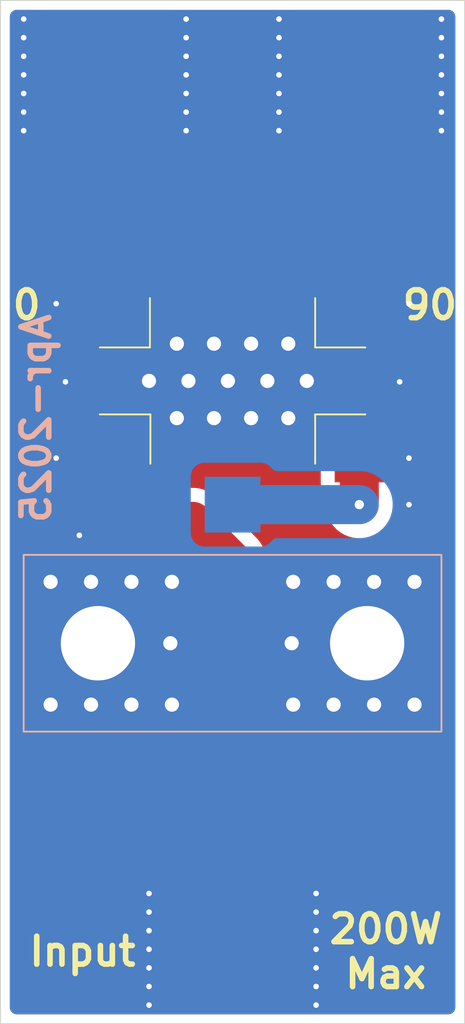
<source format=kicad_pcb>
(kicad_pcb (version 20240108) (generator "pcbnew") (generator_version "8.0")
  (layers (0 "F.Cu" signal) (31 "B.Cu" signal) (34 "B.Paste" user) (35 "F.Paste" user) (36 "B.SilkS" user "B.Silkscreen") (37 "F.SilkS" user "F.Silkscreen") (38 "B.Mask" user) (39 "F.Mask" user) (44 "Edge.Cuts" user))
  (net 0 "")
  (net 1 "GND")
  (net 2 "Net-(J0-In)")
  (net 3 "Net-(J90-In)")
  (net 4 "Net-(JIn1-In)")
  (net 5 "Net-(U1-ISO)")
  (footprint "Footprints:Wire connector" (layer "F.Cu") (at 139.325 103.5 90)
    (property "Reference" "J90" (hide yes))
    (property "Value" "~" (hide yes))
    (pad "1" smd rect (at -4 0) (size 4 4) (layers "F.Cu" "F.Paste" "F.Mask") (net 3 "Net-(J90-In)"))
    (pad "2" smd rect (at 4.5 0.1) (size 7 7) (layers "F.Cu" "F.Paste" "F.Mask") (net 1 "GND"))
  )
  (footprint "Footprints:Wire connector" (layer "F.Cu") (at 125.675 103.5 90)
    (property "Reference" "J0" (hide yes))
    (property "Value" "~" (hide yes))
    (pad "1" smd rect (at -4 0) (size 4 4) (layers "F.Cu" "F.Paste" "F.Mask") (net 2 "Net-(J0-In)"))
    (pad "2" smd rect (at 4.5 0.1) (size 7 7) (layers "F.Cu" "F.Paste" "F.Mask") (net 1 "GND"))
  )
  (footprint "Footprints:Wire connector" (layer "F.Cu") (at 132.5 141.5 -90)
    (property "Reference" "JIn1" (hide yes))
    (property "Value" "~" (hide yes))
    (pad "1" smd rect (at -4 0 180) (size 4 4) (layers "F.Cu" "F.Paste" "F.Mask") (net 4 "Net-(JIn1-In)"))
    (pad "2" smd rect (at 4.5 0.1 180) (size 7 7) (layers "F.Cu" "F.Paste" "F.Mask") (net 1 "GND"))
  )
  (footprint "Footprints:CMX03A03" (layer "F.Cu") (at 132.5 115.45)
    (property "Reference" "U1" (hide yes))
    (property "Value" "~" (hide yes))
    (fp_line (start -7.15 -1.8) (end -4.45 -1.8) (stroke (width 0.1)) (layer "F.SilkS"))
    (fp_line (start -4.45 -1.8) (end -4.45 -4.45) (stroke (width 0.1)) (layer "F.SilkS"))
    (fp_line (start -4.425 1.8) (end -7.15 1.8) (stroke (width 0.1)) (layer "F.SilkS"))
    (fp_line (start -4.425 4.45) (end -4.425 1.8) (stroke (width 0.1)) (layer "F.SilkS"))
    (fp_line (start 4.45 -4.45) (end 4.45 -1.8) (stroke (width 0.1)) (layer "F.SilkS"))
    (fp_line (start 4.45 -1.8) (end 7.15 -1.8) (stroke (width 0.1)) (layer "F.SilkS"))
    (fp_line (start 4.45 1.8) (end 4.45 4.45) (stroke (width 0.1)) (layer "F.SilkS"))
    (fp_line (start 7.15 1.8) (end 4.5 1.8) (stroke (width 0.1)) (layer "F.SilkS"))
    (pad "1" smd rect (at -6.825 -4.15 270) (size 2.6 2.65) (layers "F.Cu" "F.Paste" "F.Mask") (net 2 "Net-(J0-In)"))
    (pad "2" smd rect (at 6.825 -4.15 270) (size 2.6 2.65) (layers "F.Cu" "F.Paste" "F.Mask") (net 3 "Net-(J90-In)"))
    (pad "3" smd rect (at -6.825 4.15 270) (size 2.6 2.65) (layers "F.Cu" "F.Paste" "F.Mask") (net 4 "Net-(JIn1-In)"))
    (pad "4" smd rect (at 6.825 4.15 270) (size 2.6 2.65) (layers "F.Cu" "F.Paste" "F.Mask") (net 5 "Net-(U1-ISO)"))
    (pad "5" smd rect (at -7.15 0) (size 2 2) (layers "F.Cu" "F.Paste" "F.Mask") (net 1 "GND"))
    (pad "5" smd rect (at -6 0) (size 1.05 0.35) (layers "F.Cu" "F.Mask") (net 1 "GND"))
    (pad "5" thru_hole circle (at -4.5 0) (size 1.524 1.524) (drill 0.762) (layers "*.Cu" "*.Mask") (net 1 "GND"))
    (pad "5" thru_hole circle (at -3 -2) (size 1.524 1.524) (drill 0.762) (layers "*.Cu" "*.Mask") (net 1 "GND"))
    (pad "5" thru_hole circle (at -3 2) (size 1.524 1.524) (drill 0.762) (layers "*.Cu" "*.Mask") (net 1 "GND"))
    (pad "5" smd rect (at -2.925 -4.45 270) (size 2 2) (layers "F.Cu" "F.Paste" "F.Mask") (net 1 "GND"))
    (pad "5" smd rect (at -2.925 -3.25 90) (size 0.75 0.35) (layers "F.Cu" "F.Mask") (net 1 "GND"))
    (pad "5" smd rect (at -2.925 3.25 90) (size 0.75 0.35) (layers "F.Cu" "F.Mask") (net 1 "GND"))
    (pad "5" smd rect (at -2.925 4.45 270) (size 2 2) (layers "F.Cu" "F.Paste" "F.Mask") (net 1 "GND"))
    (pad "5" thru_hole circle (at -2.375 0) (size 1.524 1.524) (drill 0.762) (layers "*.Cu" "*.Mask") (net 1 "GND"))
    (pad "5" thru_hole circle (at -1 -2) (size 1.524 1.524) (drill 0.762) (layers "*.Cu" "*.Mask") (net 1 "GND"))
    (pad "5" thru_hole circle (at -1 2) (size 1.524 1.524) (drill 0.762) (layers "*.Cu" "*.Mask") (net 1 "GND"))
    (pad "5" thru_hole circle (at -0.25 0) (size 1.524 1.524) (drill 0.762) (layers "*.Cu" "*.Mask") (net 1 "GND"))
    (pad "5" smd rect (at -0.15 0.0125) (size 11.1 3.2) (layers "F.Cu" "F.Mask") (net 1 "GND"))
    (pad "5" smd custom (at 0 0 270) (size 6 8.25) (layers "F.Cu" "F.Mask") (net 1 "GND") (options (clearance outline) (anchor rect)) (primitives))
    (pad "5" thru_hole circle (at 1 -2) (size 1.524 1.524) (drill 0.762) (layers "*.Cu" "*.Mask") (net 1 "GND"))
    (pad "5" thru_hole circle (at 1 2) (size 1.524 1.524) (drill 0.762) (layers "*.Cu" "*.Mask") (net 1 "GND"))
    (pad "5" thru_hole circle (at 1.875 0) (size 1.524 1.524) (drill 0.762) (layers "*.Cu" "*.Mask") (net 1 "GND"))
    (pad "5" smd rect (at 2.95 -4.45 270) (size 2 2) (layers "F.Cu" "F.Paste" "F.Mask") (net 1 "GND"))
    (pad "5" smd rect (at 2.95 -3.25 90) (size 0.75 0.35) (layers "F.Cu" "F.Mask") (net 1 "GND"))
    (pad "5" smd rect (at 2.95 3.25 90) (size 0.75 0.35) (layers "F.Cu" "F.Mask") (net 1 "GND"))
    (pad "5" smd rect (at 2.95 4.45 270) (size 2 2) (layers "F.Cu" "F.Paste" "F.Mask") (net 1 "GND"))
    (pad "5" thru_hole circle (at 3 -2) (size 1.524 1.524) (drill 0.762) (layers "*.Cu" "*.Mask") (net 1 "GND"))
    (pad "5" thru_hole circle (at 3 2) (size 1.524 1.524) (drill 0.762) (layers "*.Cu" "*.Mask") (net 1 "GND"))
    (pad "5" thru_hole circle (at 4 0) (size 1.524 1.524) (drill 0.762) (layers "*.Cu" "*.Mask") (net 1 "GND"))
    (pad "5" smd rect (at 5.75 0) (size 1.05 0.35) (layers "F.Cu" "F.Mask") (net 1 "GND"))
    (pad "5" smd rect (at 7.15 0) (size 2 2) (layers "F.Cu" "F.Paste" "F.Mask") (net 1 "GND"))
  )
  (footprint "Footprints:G150N_Middle" (layer "B.Cu") (at 132.5 130.1 180)
    (property "Reference" "R1" (hide yes))
    (property "Value" "G150N" (hide yes))
    (fp_rect (start -11.25 5.3) (end 11.25 -4.2) (stroke (width 0.1)) (fill none) (layer "B.SilkS"))
    (pad "1" smd rect (at 0 8 270) (size 3 3) (layers "B.Cu" "B.Paste" "B.Mask") (net 5 "Net-(U1-ISO)"))
    (pad "2" thru_hole circle (at -9.8 -2.75 180) (size 1.524 1.524) (drill 0.762) (layers "*.Cu" "*.Mask") (net 1 "GND"))
    (pad "2" thru_hole circle (at -9.8 3.85 180) (size 1.524 1.524) (drill 0.762) (layers "*.Cu" "*.Mask") (net 1 "GND"))
    (pad "2" thru_hole circle (at -7.622223 -2.75 180) (size 1.524 1.524) (drill 0.762) (layers "*.Cu" "*.Mask") (net 1 "GND"))
    (pad "2" thru_hole circle (at -7.622223 3.85 180) (size 1.524 1.524) (drill 0.762) (layers "*.Cu" "*.Mask") (net 1 "GND"))
    (pad "2" thru_hole circle (at -7.25 0.55 270) (size 5 5) (drill 4) (layers "*.Cu" "*.Mask") (net 1 "GND"))
    (pad "2" smd rect (at -6.75 0.3 270) (size 8.9 8.9) (layers "F.Cu" "F.Mask") (net 1 "GND"))
    (pad "2" smd rect (at -6.75 0.3 270) (size 8.9 8.9) (layers "B.Cu" "B.Mask") (net 1 "GND"))
    (pad "2" thru_hole circle (at -5.444446 -2.75 180) (size 1.524 1.524) (drill 0.762) (layers "*.Cu" "*.Mask") (net 1 "GND"))
    (pad "2" thru_hole circle (at -5.444446 3.85 180) (size 1.524 1.524) (drill 0.762) (layers "*.Cu" "*.Mask") (net 1 "GND"))
    (pad "2" thru_hole circle (at -3.266669 -2.75 180) (size 1.524 1.524) (drill 0.762) (layers "*.Cu" "*.Mask") (net 1 "GND"))
    (pad "2" thru_hole circle (at -3.266669 3.85 180) (size 1.524 1.524) (drill 0.762) (layers "*.Cu" "*.Mask") (net 1 "GND"))
    (pad "2" thru_hole circle (at -3.183331 0.55 180) (size 1.524 1.524) (drill 0.762) (layers "*.Cu" "*.Mask") (net 1 "GND"))
    (pad "2" thru_hole circle (at 3.266662 -2.75 180) (size 1.524 1.524) (drill 0.762) (layers "*.Cu" "*.Mask") (net 1 "GND"))
    (pad "2" thru_hole circle (at 3.266662 3.85 180) (size 1.524 1.524) (drill 0.762) (layers "*.Cu" "*.Mask") (net 1 "GND"))
    (pad "2" thru_hole circle (at 3.35 0.55 180) (size 1.524 1.524) (drill 0.762) (layers "*.Cu" "*.Mask") (net 1 "GND"))
    (pad "2" thru_hole circle (at 5.444439 -2.75 180) (size 1.524 1.524) (drill 0.762) (layers "*.Cu" "*.Mask") (net 1 "GND"))
    (pad "2" thru_hole circle (at 5.444439 3.85 180) (size 1.524 1.524) (drill 0.762) (layers "*.Cu" "*.Mask") (net 1 "GND"))
    (pad "2" smd rect (at 6.75 0.3 270) (size 8.9 8.9) (layers "F.Cu" "F.Mask") (net 1 "GND"))
    (pad "2" smd rect (at 6.75 0.3 270) (size 8.9 8.9) (layers "B.Cu" "B.Mask") (net 1 "GND"))
    (pad "2" thru_hole circle (at 7.25 0.55 270) (size 5 5) (drill 4) (layers "*.Cu" "*.Mask") (net 1 "GND"))
    (pad "2" thru_hole circle (at 7.622216 -2.75 180) (size 1.524 1.524) (drill 0.762) (layers "*.Cu" "*.Mask") (net 1 "GND"))
    (pad "2" thru_hole circle (at 7.622216 3.85 180) (size 1.524 1.524) (drill 0.762) (layers "*.Cu" "*.Mask") (net 1 "GND"))
    (pad "2" thru_hole circle (at 9.8 -2.75 180) (size 1.524 1.524) (drill 0.762) (layers "*.Cu" "*.Mask") (net 1 "GND"))
    (pad "2" thru_hole circle (at 9.8 3.85 180) (size 1.524 1.524) (drill 0.762) (layers "*.Cu" "*.Mask") (net 1 "GND"))
  )
  (gr_rect (start 120 95) (end 145 150) (stroke (width 0.05)) (fill none) (layer "Edge.Cuts"))
  (gr_text "Apr-2025" (at 122.8 111.7 90) (layer "B.SilkS") (effects (font (size 1.5 1.5) (thickness 0.3) (bold yes)) (justify left bottom mirror)))
  (gr_text "200W\nMax" (at 140.75 148.203458 0) (layer "F.SilkS") (effects (font (size 1.5 1.5) (thickness 0.3) (bold yes)) (justify bottom)))
  (gr_text "Input" (at 121.4 146.996 0) (layer "F.SilkS") (effects (font (size 1.5 1.5) (thickness 0.3) (bold yes)) (justify left bottom)))
  (gr_text "0" (at 120.5 112.25 0) (layer "F.SilkS") (effects (font (size 1.5 1.5) (thickness 0.3) (bold yes)) (justify left bottom)))
  (gr_text "90" (at 141.5 112.25 0) (layer "F.SilkS") (effects (font (size 1.5 1.5) (thickness 0.3) (bold yes)) (justify left bottom)))
  (via (at 128 147) (size 0.6) (drill 0.3) (layers "F.Cu" "B.Cu") (net 1))
  (via (at 135 97) (size 0.6) (drill 0.3) (layers "F.Cu" "B.Cu") (net 1))
  (via (at 143.75 96) (size 0.6) (drill 0.3) (layers "F.Cu" "B.Cu") (net 1))
  (via (at 137 146) (size 0.6) (drill 0.3) (layers "F.Cu" "B.Cu") (net 1))
  (via (at 135 102) (size 0.6) (drill 0.3) (layers "F.Cu" "B.Cu") (net 1))
  (via (at 121.25 96) (size 0.6) (drill 0.3) (layers "F.Cu" "B.Cu") (net 1))
  (via (at 121.25 97) (size 0.6) (drill 0.3) (layers "F.Cu" "B.Cu") (net 1))
  (via (at 137 145) (size 0.6) (drill 0.3) (layers "F.Cu" "B.Cu") (net 1))
  (via (at 141.5 115.5) (size 0.6) (drill 0.3) (layers "F.Cu" "B.Cu") (net 1))
  (via (at 143.75 99) (size 0.6) (drill 0.3) (layers "F.Cu" "B.Cu") (net 1))
  (via (at 121.25 99) (size 0.6) (drill 0.3) (layers "F.Cu" "B.Cu") (net 1))
  (via (at 143.75 100) (size 0.6) (drill 0.3) (layers "F.Cu" "B.Cu") (net 1))
  (via (at 128 148) (size 0.6) (drill 0.3) (layers "F.Cu" "B.Cu") (net 1))
  (via (at 143.75 101) (size 0.6) (drill 0.3) (layers "F.Cu" "B.Cu") (net 1))
  (via (at 135 96) (size 0.6) (drill 0.3) (layers "F.Cu" "B.Cu") (net 1))
  (via (at 142 122.1) (size 0.6) (drill 0.3) (layers "F.Cu" "B.Cu") (net 1))
  (via (at 130 102) (size 0.6) (drill 0.3) (layers "F.Cu" "B.Cu") (net 1))
  (via (at 130 99) (size 0.6) (drill 0.3) (layers "F.Cu" "B.Cu") (net 1))
  (via (at 128 143) (size 0.6) (drill 0.3) (layers "F.Cu" "B.Cu") (net 1))
  (via (at 124.25 123.75) (size 0.6) (drill 0.3) (layers "F.Cu" "B.Cu") (net 1))
  (via (at 143.75 98) (size 0.6) (drill 0.3) (layers "F.Cu" "B.Cu") (net 1))
  (via (at 137 143) (size 0.6) (drill 0.3) (layers "F.Cu" "B.Cu") (net 1))
  (via (at 128 146) (size 0.6) (drill 0.3) (layers "F.Cu" "B.Cu") (net 1))
  (via (at 123.5 115.5) (size 0.6) (drill 0.3) (layers "F.Cu" "B.Cu") (net 1))
  (via (at 135 98) (size 0.6) (drill 0.3) (layers "F.Cu" "B.Cu") (net 1))
  (via (at 135 100) (size 0.6) (drill 0.3) (layers "F.Cu" "B.Cu") (net 1))
  (via (at 128 145) (size 0.6) (drill 0.3) (layers "F.Cu" "B.Cu") (net 1))
  (via (at 130 101) (size 0.6) (drill 0.3) (layers "F.Cu" "B.Cu") (net 1))
  (via (at 135 101) (size 0.6) (drill 0.3) (layers "F.Cu" "B.Cu") (net 1))
  (via (at 142 111.3) (size 0.6) (drill 0.3) (layers "F.Cu" "B.Cu") (net 1))
  (via (at 128 149) (size 0.6) (drill 0.3) (layers "F.Cu" "B.Cu") (net 1))
  (via (at 137 148) (size 0.6) (drill 0.3) (layers "F.Cu" "B.Cu") (net 1))
  (via (at 130 96) (size 0.6) (drill 0.3) (layers "F.Cu" "B.Cu") (net 1))
  (via (at 123 111.3) (size 0.6) (drill 0.3) (layers "F.Cu" "B.Cu") (net 1))
  (via (at 130 97) (size 0.6) (drill 0.3) (layers "F.Cu" "B.Cu") (net 1))
  (via (at 121.25 100) (size 0.6) (drill 0.3) (layers "F.Cu" "B.Cu") (net 1))
  (via (at 130 100) (size 0.6) (drill 0.3) (layers "F.Cu" "B.Cu") (net 1))
  (via (at 142 119.6) (size 0.6) (drill 0.3) (layers "F.Cu" "B.Cu") (net 1))
  (via (at 128 144) (size 0.6) (drill 0.3) (layers "F.Cu" "B.Cu") (net 1))
  (via (at 137 144) (size 0.6) (drill 0.3) (layers "F.Cu" "B.Cu") (net 1))
  (via (at 130 98) (size 0.6) (drill 0.3) (layers "F.Cu" "B.Cu") (net 1))
  (via (at 121.25 98) (size 0.6) (drill 0.3) (layers "F.Cu" "B.Cu") (net 1))
  (via (at 135 99) (size 0.6) (drill 0.3) (layers "F.Cu" "B.Cu") (net 1))
  (via (at 123 119.6) (size 0.6) (drill 0.3) (layers "F.Cu" "B.Cu") (net 1))
  (via (at 121.25 102) (size 0.6) (drill 0.3) (layers "F.Cu" "B.Cu") (net 1))
  (via (at 137 147) (size 0.6) (drill 0.3) (layers "F.Cu" "B.Cu") (net 1))
  (via (at 121.25 101) (size 0.6) (drill 0.3) (layers "F.Cu" "B.Cu") (net 1))
  (via (at 143.75 97) (size 0.6) (drill 0.3) (layers "F.Cu" "B.Cu") (net 1))
  (via (at 137 149) (size 0.6) (drill 0.3) (layers "F.Cu" "B.Cu") (net 1))
  (via (at 143.75 102) (size 0.6) (drill 0.3) (layers "F.Cu" "B.Cu") (net 1))
  (segment (start 125.675 107.5) (end 125.675 111.3) (width 2.1) (layer "F.Cu") (net 2))
  (segment (start 139.325 111.3) (end 139.325 107.5) (width 2.1) (layer "F.Cu") (net 3))
  (segment (start 130.35 123) (end 127 123) (width 2.1) (layer "F.Cu") (net 4))
  (segment (start 132.5 125.15) (end 130.35 123) (width 2.1) (layer "F.Cu") (net 4))
  (segment (start 125.675 121.675) (end 125.675 119.6) (width 2.1) (layer "F.Cu") (net 4))
  (segment (start 132.5 137.5) (end 132.5 125.15) (width 2.1) (layer "F.Cu") (net 4))
  (segment (start 127 123) (end 125.675 121.675) (width 2.1) (layer "F.Cu") (net 4))
  (segment (start 139.325 122.1) (end 139.325 119.6) (width 2.1) (layer "F.Cu") (net 5))
  (via (at 139.325 122.1) (size 1.18) (drill 0.5) (layers "F.Cu" "B.Cu") (net 5))
  (segment (start 132.5 122.1) (end 139.325 122.1) (width 2.1) (layer "B.Cu") (net 5))
  (zone (net 1) (net_name "GND") (layers "F&B.Cu") (connect_pads yes (clearance 0.75)) (min_thickness 0.75) (fill yes (thermal_gap 0.5) (thermal_bridge_width 0.5))
    (polygon (pts (xy 120 95) (xy 145 95) (xy 145 150) (xy 120 150)))
  )
)
</source>
